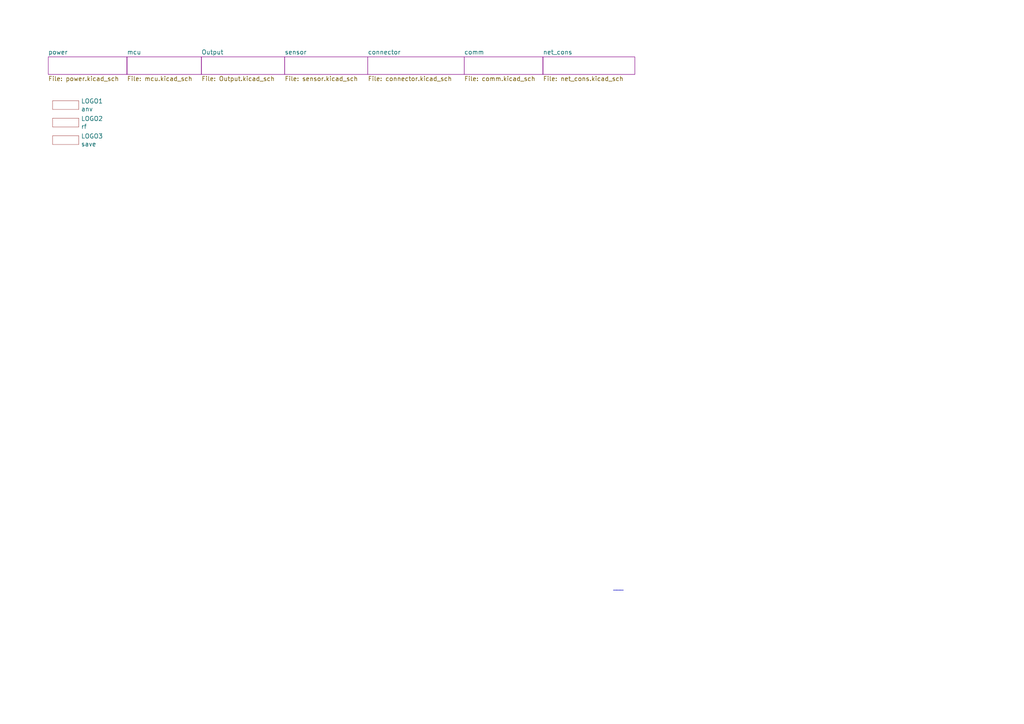
<source format=kicad_sch>
(kicad_sch (version 20201015) (generator eeschema)

  (page 1 8)

  (paper "A4")

  (lib_symbols
    (symbol "KiCAD_Sch_Symbols_EO:LOGO" (in_bom yes) (on_board yes)
      (property "Reference" "LOGO" (id 0) (at 0 0 0)
        (effects (font (size 1.27 1.27)))
      )
      (property "Value" "LOGO" (id 1) (at 0 0 0)
        (effects (font (size 1.27 1.27)))
      )
      (property "Footprint" "" (id 2) (at -0.254 -0.508 0)
        (effects (font (size 1.27 1.27)) hide)
      )
      (property "Datasheet" "" (id 3) (at -0.254 -0.508 0)
        (effects (font (size 1.27 1.27)) hide)
      )
      (symbol "LOGO_0_1"
        (rectangle (start -2.54 1.27) (end 5.08 -1.27)
          (stroke (width 0.0006)) (fill (type none))
        )
      )
    )
  )


  (text "___\n" (at 177.8 171.45 0)
    (effects (font (size 1.27 1.27)) (justify left bottom))
  )

  (symbol (lib_id "KiCAD_Sch_Symbols_EO:LOGO") (at 17.78 30.48 0) (unit 1)
    (in_bom yes) (on_board yes)
    (uuid "fbc5868e-06e2-47e9-abae-87becfb421dd")
    (property "Reference" "LOGO1" (id 0) (at 23.4954 29.3306 0)
      (effects (font (size 1.27 1.27)) (justify left))
    )
    (property "Value" "anv" (id 1) (at 23.495 31.629 0)
      (effects (font (size 1.27 1.27)) (justify left))
    )
    (property "Footprint" "KiCAD_Graphics_E0:.A.N.V._Logo" (id 2) (at 17.526 30.988 0)
      (effects (font (size 1.27 1.27)) hide)
    )
    (property "Datasheet" "" (id 3) (at 17.526 30.988 0)
      (effects (font (size 1.27 1.27)) hide)
    )
  )

  (symbol (lib_id "KiCAD_Sch_Symbols_EO:LOGO") (at 17.78 35.56 0) (unit 1)
    (in_bom yes) (on_board yes)
    (uuid "8b37d134-a60b-4ced-a494-4fd67d6a090b")
    (property "Reference" "LOGO2" (id 0) (at 23.4954 34.4106 0)
      (effects (font (size 1.27 1.27)) (justify left))
    )
    (property "Value" "rf" (id 1) (at 23.495 36.709 0)
      (effects (font (size 1.27 1.27)) (justify left))
    )
    (property "Footprint" "KiCAD_Graphics_E0:wifi" (id 2) (at 17.526 36.068 0)
      (effects (font (size 1.27 1.27)) hide)
    )
    (property "Datasheet" "" (id 3) (at 17.526 36.068 0)
      (effects (font (size 1.27 1.27)) hide)
    )
  )

  (symbol (lib_id "KiCAD_Sch_Symbols_EO:LOGO") (at 17.78 40.64 0) (unit 1)
    (in_bom yes) (on_board yes)
    (uuid "0dbb90b2-8d62-4bad-87e4-02c04c879c9b")
    (property "Reference" "LOGO3" (id 0) (at 23.4954 39.4906 0)
      (effects (font (size 1.27 1.27)) (justify left))
    )
    (property "Value" "save" (id 1) (at 23.495 41.789 0)
      (effects (font (size 1.27 1.27)) (justify left))
    )
    (property "Footprint" "KiCAD_Graphics_E0:floppy" (id 2) (at 17.526 41.148 0)
      (effects (font (size 1.27 1.27)) hide)
    )
    (property "Datasheet" "" (id 3) (at 17.526 41.148 0)
      (effects (font (size 1.27 1.27)) hide)
    )
  )

  (sheet (at 58.42 16.51) (size 24.13 5.08)
    (stroke (width 0.001) (type solid) (color 132 0 132 1))
    (fill (color 255 255 255 0.0000))
    (uuid bf530c6f-b481-42ad-95aa-1bcf5628ea50)
    (property "Sheet name" "Output" (id 0) (at 58.42 15.8741 0)
      (effects (font (size 1.27 1.27)) (justify left bottom))
    )
    (property "Sheet file" "Output.kicad_sch" (id 1) (at 58.42 22.0989 0)
      (effects (font (size 1.27 1.27)) (justify left top))
    )
  )

  (sheet (at 134.62 16.51) (size 22.86 5.08)
    (stroke (width 0.001) (type solid) (color 132 0 132 1))
    (fill (color 255 255 255 0.0000))
    (uuid 62291c60-9175-404e-b053-f76f2a98de3f)
    (property "Sheet name" "comm" (id 0) (at 134.62 15.8741 0)
      (effects (font (size 1.27 1.27)) (justify left bottom))
    )
    (property "Sheet file" "comm.kicad_sch" (id 1) (at 134.62 22.0989 0)
      (effects (font (size 1.27 1.27)) (justify left top))
    )
  )

  (sheet (at 106.68 16.51) (size 27.94 5.08)
    (stroke (width 0.001) (type solid) (color 132 0 132 1))
    (fill (color 255 255 255 0.0000))
    (uuid 7ea9f07d-23fc-49c4-a18a-8e3f31638c32)
    (property "Sheet name" "connector" (id 0) (at 106.68 15.8741 0)
      (effects (font (size 1.27 1.27)) (justify left bottom))
    )
    (property "Sheet file" "connector.kicad_sch" (id 1) (at 106.68 22.0989 0)
      (effects (font (size 1.27 1.27)) (justify left top))
    )
  )

  (sheet (at 36.83 16.51) (size 21.59 5.08)
    (stroke (width 0.001) (type solid) (color 132 0 132 1))
    (fill (color 255 255 255 0.0000))
    (uuid 301932f3-8428-46ad-9fba-87a93007c3b6)
    (property "Sheet name" "mcu" (id 0) (at 36.83 15.8741 0)
      (effects (font (size 1.27 1.27)) (justify left bottom))
    )
    (property "Sheet file" "mcu.kicad_sch" (id 1) (at 36.83 22.0989 0)
      (effects (font (size 1.27 1.27)) (justify left top))
    )
  )

  (sheet (at 157.48 16.51) (size 26.67 5.08)
    (stroke (width 0.001) (type solid) (color 132 0 132 1))
    (fill (color 255 255 255 0.0000))
    (uuid ca10a460-4706-4e06-8597-69648f5c4e41)
    (property "Sheet name" "net_cons" (id 0) (at 157.48 15.8741 0)
      (effects (font (size 1.27 1.27)) (justify left bottom))
    )
    (property "Sheet file" "net_cons.kicad_sch" (id 1) (at 157.48 22.0989 0)
      (effects (font (size 1.27 1.27)) (justify left top))
    )
  )

  (sheet (at 13.97 16.51) (size 22.86 5.08)
    (stroke (width 0.001) (type solid) (color 132 0 132 1))
    (fill (color 255 255 255 0.0000))
    (uuid f1ebbd4b-8cc6-4f4a-8e1f-242606e27355)
    (property "Sheet name" "power" (id 0) (at 13.97 15.8741 0)
      (effects (font (size 1.27 1.27)) (justify left bottom))
    )
    (property "Sheet file" "power.kicad_sch" (id 1) (at 13.97 22.0989 0)
      (effects (font (size 1.27 1.27)) (justify left top))
    )
  )

  (sheet (at 82.55 16.51) (size 24.13 5.08)
    (stroke (width 0.001) (type solid) (color 132 0 132 1))
    (fill (color 255 255 255 0.0000))
    (uuid 90c53c59-8311-42f3-90b0-075988f3eba2)
    (property "Sheet name" "sensor" (id 0) (at 82.55 15.8741 0)
      (effects (font (size 1.27 1.27)) (justify left bottom))
    )
    (property "Sheet file" "sensor.kicad_sch" (id 1) (at 82.55 22.0989 0)
      (effects (font (size 1.27 1.27)) (justify left top))
    )
  )

  (sheet_instances
    (path "/" (page "1"))
    (path "/f1ebbd4b-8cc6-4f4a-8e1f-242606e27355/" (page "3"))
    (path "/301932f3-8428-46ad-9fba-87a93007c3b6/" (page "2"))
    (path "/bf530c6f-b481-42ad-95aa-1bcf5628ea50/" (page "4"))
    (path "/90c53c59-8311-42f3-90b0-075988f3eba2/" (page "5"))
    (path "/7ea9f07d-23fc-49c4-a18a-8e3f31638c32/" (page "6"))
    (path "/62291c60-9175-404e-b053-f76f2a98de3f/" (page "7"))
    (path "/ca10a460-4706-4e06-8597-69648f5c4e41/" (page "8"))
  )

  (symbol_instances
    (path "/fbc5868e-06e2-47e9-abae-87becfb421dd"
      (reference "LOGO1") (unit 1) (value "anv") (footprint "KiCAD_Graphics_E0:.A.N.V._Logo")
    )
    (path "/8b37d134-a60b-4ced-a494-4fd67d6a090b"
      (reference "LOGO2") (unit 1) (value "rf") (footprint "KiCAD_Graphics_E0:wifi")
    )
    (path "/0dbb90b2-8d62-4bad-87e4-02c04c879c9b"
      (reference "LOGO3") (unit 1) (value "save") (footprint "KiCAD_Graphics_E0:floppy")
    )
    (path "/f1ebbd4b-8cc6-4f4a-8e1f-242606e27355/776ff9e2-bec9-439c-94b0-4781818b7a84"
      (reference "#PWR01") (unit 1) (value "+3V3") (footprint "")
    )
    (path "/f1ebbd4b-8cc6-4f4a-8e1f-242606e27355/cda5bd92-2bec-4f3e-8b9b-53358c96eb35"
      (reference "#PWR02") (unit 1) (value "GND") (footprint "")
    )
    (path "/f1ebbd4b-8cc6-4f4a-8e1f-242606e27355/495feb6b-b728-46f6-bbc0-85a120e167b5"
      (reference "#PWR03") (unit 1) (value "GND") (footprint "")
    )
    (path "/f1ebbd4b-8cc6-4f4a-8e1f-242606e27355/9e0ab195-d366-4e87-bd94-34cccb185445"
      (reference "#PWR04") (unit 1) (value "GND") (footprint "")
    )
    (path "/f1ebbd4b-8cc6-4f4a-8e1f-242606e27355/4a356c1c-d0af-414a-bc1e-47e535088a52"
      (reference "#PWR05") (unit 1) (value "GND") (footprint "")
    )
    (path "/f1ebbd4b-8cc6-4f4a-8e1f-242606e27355/f5eb9837-1576-4c04-ae57-51355eea9519"
      (reference "#PWR06") (unit 1) (value "GND") (footprint "")
    )
    (path "/f1ebbd4b-8cc6-4f4a-8e1f-242606e27355/9f81a3f9-93aa-4aec-a5f2-97fd660f5fb7"
      (reference "#PWR07") (unit 1) (value "GND") (footprint "")
    )
    (path "/f1ebbd4b-8cc6-4f4a-8e1f-242606e27355/7c31ffb7-5d08-4e3b-ac29-d9c6040bedc7"
      (reference "#PWR08") (unit 1) (value "GND") (footprint "")
    )
    (path "/f1ebbd4b-8cc6-4f4a-8e1f-242606e27355/e2cec5d5-9874-4bf9-94ca-e5dfd9bf6c5b"
      (reference "#PWR09") (unit 1) (value "+3V3") (footprint "")
    )
    (path "/f1ebbd4b-8cc6-4f4a-8e1f-242606e27355/789effe1-1b3a-447a-85fb-132274aa4e5f"
      (reference "#PWR010") (unit 1) (value "GND") (footprint "")
    )
    (path "/f1ebbd4b-8cc6-4f4a-8e1f-242606e27355/95d5afc3-d41a-4ba9-b890-3c6713000441"
      (reference "#PWR011") (unit 1) (value "GND") (footprint "")
    )
    (path "/f1ebbd4b-8cc6-4f4a-8e1f-242606e27355/3add55fc-8e3c-415b-a7d5-24ab3d443da7"
      (reference "#PWR012") (unit 1) (value "GND") (footprint "")
    )
    (path "/f1ebbd4b-8cc6-4f4a-8e1f-242606e27355/5029f0ef-21b0-450a-8ba1-e1c706d0c73b"
      (reference "#PWR013") (unit 1) (value "GND") (footprint "")
    )
    (path "/f1ebbd4b-8cc6-4f4a-8e1f-242606e27355/da7df54e-36fa-44fc-ae85-49bd6877ebac"
      (reference "#PWR014") (unit 1) (value "GND") (footprint "")
    )
    (path "/f1ebbd4b-8cc6-4f4a-8e1f-242606e27355/46e1c043-d6f7-4137-b535-3540bcbf591f"
      (reference "#PWR015") (unit 1) (value "GND") (footprint "")
    )
    (path "/f1ebbd4b-8cc6-4f4a-8e1f-242606e27355/81eab9a8-c946-4251-b0c8-8ab6453a7a50"
      (reference "#PWR016") (unit 1) (value "GND") (footprint "")
    )
    (path "/f1ebbd4b-8cc6-4f4a-8e1f-242606e27355/8083e161-be66-4b74-8c85-647838ce7490"
      (reference "#PWR017") (unit 1) (value "GND") (footprint "")
    )
    (path "/f1ebbd4b-8cc6-4f4a-8e1f-242606e27355/1881bdc8-27f1-4a83-95f1-0c2426adff33"
      (reference "#PWR018") (unit 1) (value "GND") (footprint "")
    )
    (path "/f1ebbd4b-8cc6-4f4a-8e1f-242606e27355/d2e11041-3a66-4606-9247-0306c26ddfaf"
      (reference "#PWR019") (unit 1) (value "GND") (footprint "")
    )
    (path "/f1ebbd4b-8cc6-4f4a-8e1f-242606e27355/21abc58e-bd06-4161-bcbd-0d502dea01cb"
      (reference "#PWR020") (unit 1) (value "GND") (footprint "")
    )
    (path "/f1ebbd4b-8cc6-4f4a-8e1f-242606e27355/01e9272a-36c3-408d-b682-25c9f84684e3"
      (reference "#PWR079") (unit 1) (value "GND") (footprint "")
    )
    (path "/f1ebbd4b-8cc6-4f4a-8e1f-242606e27355/88aa4444-bd69-42ec-8fd9-bb2f629352c2"
      (reference "#PWR082") (unit 1) (value "GND") (footprint "")
    )
    (path "/f1ebbd4b-8cc6-4f4a-8e1f-242606e27355/308c3cf8-df1a-45e4-8078-efe834e015f2"
      (reference "#PWR083") (unit 1) (value "+3V3") (footprint "")
    )
    (path "/f1ebbd4b-8cc6-4f4a-8e1f-242606e27355/1a7a84ab-a1cb-4aa4-8653-27f454b8280f"
      (reference "#PWR084") (unit 1) (value "GND") (footprint "")
    )
    (path "/f1ebbd4b-8cc6-4f4a-8e1f-242606e27355/50208aae-1302-44a5-85b6-0ae0ab75faac"
      (reference "#PWR085") (unit 1) (value "+5V") (footprint "")
    )
    (path "/f1ebbd4b-8cc6-4f4a-8e1f-242606e27355/bcbbe8f4-d448-4d94-a768-9314b3bb98d2"
      (reference "C1") (unit 1) (value "100nF") (footprint "Capacitor_SMD:C_0402_1005Metric")
    )
    (path "/f1ebbd4b-8cc6-4f4a-8e1f-242606e27355/68a2f935-db44-41b5-96d4-959c9569d7cc"
      (reference "C2") (unit 1) (value "10uF") (footprint "Capacitor_SMD:C_0402_1005Metric")
    )
    (path "/f1ebbd4b-8cc6-4f4a-8e1f-242606e27355/af8dc18c-e868-416d-8278-58fbbf48bdab"
      (reference "C3") (unit 1) (value "100nF") (footprint "Capacitor_SMD:C_0402_1005Metric")
    )
    (path "/f1ebbd4b-8cc6-4f4a-8e1f-242606e27355/6fded99a-91db-44a0-8ad3-0fe08beb95c9"
      (reference "C4") (unit 1) (value "10uF") (footprint "Capacitor_SMD:C_0402_1005Metric")
    )
    (path "/f1ebbd4b-8cc6-4f4a-8e1f-242606e27355/8235c881-1a86-4d8e-bf0b-1563d2d5ac0c"
      (reference "C5") (unit 1) (value "10uF") (footprint "Capacitor_SMD:C_0402_1005Metric")
    )
    (path "/f1ebbd4b-8cc6-4f4a-8e1f-242606e27355/46eabbf4-118b-4b6b-8151-9025344960db"
      (reference "C6") (unit 1) (value "390pF") (footprint "Capacitor_SMD:C_0402_1005Metric")
    )
    (path "/f1ebbd4b-8cc6-4f4a-8e1f-242606e27355/8c2bb4c4-1ca6-4dda-8714-6c3f8441c438"
      (reference "C7") (unit 1) (value "100nF") (footprint "Capacitor_SMD:C_0402_1005Metric")
    )
    (path "/f1ebbd4b-8cc6-4f4a-8e1f-242606e27355/e1c5bc66-2411-4162-9a47-2fc04dfc8fab"
      (reference "C8") (unit 1) (value "10pF") (footprint "Capacitor_SMD:C_0402_1005Metric")
    )
    (path "/f1ebbd4b-8cc6-4f4a-8e1f-242606e27355/8c5c914c-a426-4836-a964-31fb7c90ade2"
      (reference "C9") (unit 1) (value "22uF") (footprint "Capacitor_SMD:C_0603_1608Metric")
    )
    (path "/f1ebbd4b-8cc6-4f4a-8e1f-242606e27355/fae463d7-e040-4c77-a98b-86d305238452"
      (reference "C10") (unit 1) (value "22uF") (footprint "Capacitor_SMD:C_0603_1608Metric")
    )
    (path "/f1ebbd4b-8cc6-4f4a-8e1f-242606e27355/d7514cc5-df6d-43f4-8b00-af135cd9f72b"
      (reference "C11") (unit 1) (value "22uF") (footprint "Capacitor_SMD:C_0603_1608Metric")
    )
    (path "/f1ebbd4b-8cc6-4f4a-8e1f-242606e27355/aa20f0bf-0f95-4a49-b160-f0b2ab52e08a"
      (reference "C12") (unit 1) (value "22uF") (footprint "Capacitor_SMD:C_0603_1608Metric")
    )
    (path "/f1ebbd4b-8cc6-4f4a-8e1f-242606e27355/0ab028c7-7503-4576-a1c3-25d4ff1f0a04"
      (reference "D1") (unit 1) (value "diode") (footprint "Diode_SMD:D_SOD-123F")
    )
    (path "/f1ebbd4b-8cc6-4f4a-8e1f-242606e27355/ad1d2080-7083-41e9-9afa-41eeb8475fbd"
      (reference "D9") (unit 1) (value "diode") (footprint "Diode_SMD:D_SOD-123F")
    )
    (path "/f1ebbd4b-8cc6-4f4a-8e1f-242606e27355/c7b29479-f4af-4724-a979-62e8752f0c6a"
      (reference "J2") (unit 1) (value "Batt") (footprint "KiCAD_Footprints_EO:3.5mm_01x02_Screw_Terminal")
    )
    (path "/f1ebbd4b-8cc6-4f4a-8e1f-242606e27355/bd279e2f-398c-44c1-97db-7bb9b86d85cc"
      (reference "J3") (unit 1) (value "Sw") (footprint "KiCAD_Footprints_EO:3.5mm_01x02_Screw_Terminal")
    )
    (path "/f1ebbd4b-8cc6-4f4a-8e1f-242606e27355/b96b831e-ecf6-4419-a44e-25755bf1ce47"
      (reference "J4") (unit 1) (value "USB_C_Receptacle_USB2.0") (footprint "Connector_USB:USB_C_Receptacle_XKB_U262-16XN-4BVC11")
    )
    (path "/f1ebbd4b-8cc6-4f4a-8e1f-242606e27355/92e5adab-0f15-49d4-9b1c-df4c00f1fabf"
      (reference "J5") (unit 1) (value "switch/hallEffect") (footprint "Connector_Molex:Molex_PicoBlade_53047-0310_1x03_P1.25mm_Vertical")
    )
    (path "/f1ebbd4b-8cc6-4f4a-8e1f-242606e27355/18c13a55-809c-4ef7-8c32-4307197cc021"
      (reference "L1") (unit 1) (value "1uH") (footprint "Inductor_SMD:L_1008_2520Metric")
    )
    (path "/f1ebbd4b-8cc6-4f4a-8e1f-242606e27355/7ff48af1-b10c-4c42-a225-a41ddbe20fa7"
      (reference "L2") (unit 1) (value "2.2uH") (footprint "Inductor_SMD:L_1008_2520Metric")
    )
    (path "/f1ebbd4b-8cc6-4f4a-8e1f-242606e27355/05586807-95e7-4ab2-8527-217d088965cb"
      (reference "R1") (unit 1) (value "100k") (footprint "Resistor_SMD:R_0402_1005Metric")
    )
    (path "/f1ebbd4b-8cc6-4f4a-8e1f-242606e27355/58fd9bb7-7f49-46cd-9720-33b5d3f78e65"
      (reference "R2") (unit 1) (value "30k") (footprint "Resistor_SMD:R_0402_1005Metric")
    )
    (path "/f1ebbd4b-8cc6-4f4a-8e1f-242606e27355/e5575366-0b13-4e6c-aee8-f88d0c99966e"
      (reference "R3") (unit 1) (value "5k1") (footprint "Resistor_SMD:R_0402_1005Metric")
    )
    (path "/f1ebbd4b-8cc6-4f4a-8e1f-242606e27355/70e9f5d7-c68d-4836-ac0b-3b4fa62d0093"
      (reference "R4") (unit 1) (value "5k1") (footprint "Resistor_SMD:R_0402_1005Metric")
    )
    (path "/f1ebbd4b-8cc6-4f4a-8e1f-242606e27355/3647a58d-db5b-4a6c-a20b-d813fd34c83b"
      (reference "R7") (unit 1) (value "10k") (footprint "Resistor_SMD:R_0402_1005Metric")
    )
    (path "/f1ebbd4b-8cc6-4f4a-8e1f-242606e27355/c2469e56-e2e2-4ab6-9e8f-0e7dac372323"
      (reference "R8") (unit 1) (value "1k5") (footprint "Resistor_SMD:R_0402_1005Metric")
    )
    (path "/f1ebbd4b-8cc6-4f4a-8e1f-242606e27355/87a221f9-cc77-4ae4-942c-70f5471bc0ff"
      (reference "R9") (unit 1) (value "1m") (footprint "Resistor_SMD:R_0402_1005Metric")
    )
    (path "/f1ebbd4b-8cc6-4f4a-8e1f-242606e27355/d3c785d2-3fe2-49b5-8390-543449c1aa4e"
      (reference "R10") (unit 1) (value "110k") (footprint "Resistor_SMD:R_0402_1005Metric")
    )
    (path "/f1ebbd4b-8cc6-4f4a-8e1f-242606e27355/eb428d6c-f412-4017-9cff-50b2e6354a1a"
      (reference "R11") (unit 1) (value "100k") (footprint "Resistor_SMD:R_0402_1005Metric")
    )
    (path "/f1ebbd4b-8cc6-4f4a-8e1f-242606e27355/e35f44eb-32dd-4348-a5e2-03e18c23f2f1"
      (reference "R39") (unit 1) (value "1m") (footprint "Resistor_SMD:R_0402_1005Metric")
    )
    (path "/f1ebbd4b-8cc6-4f4a-8e1f-242606e27355/9e2e6f2f-c832-438a-abe3-c7be455799ad"
      (reference "R40") (unit 1) (value "562k") (footprint "Resistor_SMD:R_0402_1005Metric")
    )
    (path "/f1ebbd4b-8cc6-4f4a-8e1f-242606e27355/b21bcba0-4d1d-471f-b1ca-e3ffb4231264"
      (reference "R41") (unit 1) (value "180k") (footprint "Resistor_SMD:R_0402_1005Metric")
    )
    (path "/f1ebbd4b-8cc6-4f4a-8e1f-242606e27355/a34965ee-ed47-44da-bd2a-de6f7bb7abdf"
      (reference "U1") (unit 1) (value "ACS711xEXLT-15AB") (footprint "Sensor_Current:Allegro_QFN-12-10-1EP_3x3mm_P0.5mm")
    )
    (path "/f1ebbd4b-8cc6-4f4a-8e1f-242606e27355/aeca6962-fa13-463b-b60d-3b5723310953"
      (reference "U2") (unit 1) (value "USBLC6-2P6") (footprint "Package_TO_SOT_SMD:SOT-666")
    )
    (path "/f1ebbd4b-8cc6-4f4a-8e1f-242606e27355/af700663-23f1-4ea0-850f-2c7dba1e3936"
      (reference "U3") (unit 1) (value "TLV62130ARGTR") (footprint "Package_DFN_QFN:VQFN-16-1EP_3x3mm_P0.5mm_EP1.68x1.68mm_ThermalVias")
    )
    (path "/f1ebbd4b-8cc6-4f4a-8e1f-242606e27355/ff67d748-5618-4643-a0af-24bc2347df36"
      (reference "U4") (unit 1) (value "TPS63060") (footprint "Package_SON:Texas_S-PWSON-N10_ThermalVias")
    )
    (path "/301932f3-8428-46ad-9fba-87a93007c3b6/adfb52a5-aa3d-45de-83b2-7c7d28e96a45"
      (reference "#PWR021") (unit 1) (value "GND") (footprint "")
    )
    (path "/301932f3-8428-46ad-9fba-87a93007c3b6/285e3b38-8d65-4c82-ba32-67512c2e8e81"
      (reference "#PWR022") (unit 1) (value "GND") (footprint "")
    )
    (path "/301932f3-8428-46ad-9fba-87a93007c3b6/4bf8fd12-0ef5-4c4b-a556-ee78bbbf17a1"
      (reference "#PWR023") (unit 1) (value "GND") (footprint "")
    )
    (path "/301932f3-8428-46ad-9fba-87a93007c3b6/06463cb5-b1a2-4f0e-b234-e87855df6651"
      (reference "#PWR024") (unit 1) (value "GND") (footprint "")
    )
    (path "/301932f3-8428-46ad-9fba-87a93007c3b6/2e7b5f42-937f-413b-a932-094e80d5d8f5"
      (reference "#PWR025") (unit 1) (value "+3V3") (footprint "")
    )
    (path "/301932f3-8428-46ad-9fba-87a93007c3b6/3d773395-c763-4ef4-8061-a12950d89103"
      (reference "#PWR026") (unit 1) (value "GND") (footprint "")
    )
    (path "/301932f3-8428-46ad-9fba-87a93007c3b6/daf2fb9e-f939-4712-98b1-84291331bab6"
      (reference "#PWR027") (unit 1) (value "+3V3") (footprint "")
    )
    (path "/301932f3-8428-46ad-9fba-87a93007c3b6/8bb66edd-6473-4809-911f-aab464f50600"
      (reference "#PWR028") (unit 1) (value "GND") (footprint "")
    )
    (path "/301932f3-8428-46ad-9fba-87a93007c3b6/04e32b57-d7dd-4087-a690-521f8957bb43"
      (reference "#PWR029") (unit 1) (value "+3V3") (footprint "")
    )
    (path "/301932f3-8428-46ad-9fba-87a93007c3b6/a874242f-3e65-466a-aec0-70472a9ed589"
      (reference "#PWR030") (unit 1) (value "+3V3") (footprint "")
    )
    (path "/301932f3-8428-46ad-9fba-87a93007c3b6/6d8062db-cdad-4c04-8a49-7a71edf52127"
      (reference "#PWR031") (unit 1) (value "GND") (footprint "")
    )
    (path "/301932f3-8428-46ad-9fba-87a93007c3b6/4f166d7f-1a68-436d-a1d5-521aecd703ba"
      (reference "#PWR032") (unit 1) (value "GND") (footprint "")
    )
    (path "/301932f3-8428-46ad-9fba-87a93007c3b6/63cc0a1b-d7c0-46da-98d8-566b9c58a43e"
      (reference "#PWR033") (unit 1) (value "+3V3") (footprint "")
    )
    (path "/301932f3-8428-46ad-9fba-87a93007c3b6/4370f38e-eaa1-408d-80a9-03f4d8606f64"
      (reference "C13") (unit 1) (value "100nF") (footprint "Capacitor_SMD:C_0402_1005Metric")
    )
    (path "/301932f3-8428-46ad-9fba-87a93007c3b6/4a9cd118-c8b4-4bb9-a190-dd80b98ac2ad"
      (reference "C14") (unit 1) (value "100nF") (footprint "Capacitor_SMD:C_0402_1005Metric")
    )
    (path "/301932f3-8428-46ad-9fba-87a93007c3b6/bd64b988-3ec5-4a67-affb-dba32c4aaacf"
      (reference "C15") (unit 1) (value "100nF") (footprint "Capacitor_SMD:C_0402_1005Metric")
    )
    (path "/301932f3-8428-46ad-9fba-87a93007c3b6/e9d8af49-4578-488b-b3b4-f9764f1b8ed7"
      (reference "C16") (unit 1) (value "100nF") (footprint "Capacitor_SMD:C_0402_1005Metric")
    )
    (path "/301932f3-8428-46ad-9fba-87a93007c3b6/05293385-cb0a-4678-8a33-75addfa1e80a"
      (reference "C17") (unit 1) (value "100nF") (footprint "Capacitor_SMD:C_0402_1005Metric")
    )
    (path "/301932f3-8428-46ad-9fba-87a93007c3b6/7eee9981-a0a9-4952-ab77-7bf9376f4273"
      (reference "C18") (unit 1) (value "100nF") (footprint "Capacitor_SMD:C_0402_1005Metric")
    )
    (path "/301932f3-8428-46ad-9fba-87a93007c3b6/14d7e462-d754-4b74-ab65-e6e429117280"
      (reference "C19") (unit 1) (value "100nF") (footprint "Capacitor_SMD:C_0402_1005Metric")
    )
    (path "/301932f3-8428-46ad-9fba-87a93007c3b6/5a8d5566-52bb-47a9-9a9d-3691db36fa7f"
      (reference "D2") (unit 1) (value "flash") (footprint "LED_SMD:LED_0402_1005Metric")
    )
    (path "/301932f3-8428-46ad-9fba-87a93007c3b6/0e6db5cb-211a-4613-b2cc-1a4ae0aca4f7"
      (reference "R12") (unit 1) (value "10k") (footprint "Resistor_SMD:R_0402_1005Metric")
    )
    (path "/301932f3-8428-46ad-9fba-87a93007c3b6/3352ba81-7bd9-43dd-9115-b356f2d5c80b"
      (reference "R13") (unit 1) (value "1k") (footprint "Resistor_SMD:R_0402_1005Metric")
    )
    (path "/301932f3-8428-46ad-9fba-87a93007c3b6/2b1332cb-fa65-4ab9-b0e5-7e02de5a82ba"
      (reference "U5") (unit 1) (value "STM32F302C8Tx") (footprint "Package_QFP:LQFP-48_7x7mm_P0.5mm")
    )
    (path "/301932f3-8428-46ad-9fba-87a93007c3b6/3da2ce52-8dc7-4719-a115-fdb5fad6cb62"
      (reference "U6") (unit 1) (value "W25X40CLUXIG") (footprint "Package_DFN_QFN:DFN-8-1EP_3x2mm_P0.5mm_EP1.3x1.5mm")
    )
    (path "/301932f3-8428-46ad-9fba-87a93007c3b6/73daf5d5-24c0-45d7-ac23-8c7d17460ff3"
      (reference "Y1") (unit 1) (value "8mHz") (footprint "Crystal:Resonator_SMD_muRata_CSTxExxV-3Pin_3.0x1.1mm")
    )
    (path "/bf530c6f-b481-42ad-95aa-1bcf5628ea50/8f005006-028b-42d9-ad2d-c3ecdef6c77e"
      (reference "#PWR034") (unit 1) (value "GND") (footprint "")
    )
    (path "/bf530c6f-b481-42ad-95aa-1bcf5628ea50/94c23c5a-056d-4d96-829b-d3a3b4c1f7e2"
      (reference "#PWR035") (unit 1) (value "GND") (footprint "")
    )
    (path "/bf530c6f-b481-42ad-95aa-1bcf5628ea50/ecd09ee8-cb45-4c6f-b148-6fdd1f783f04"
      (reference "#PWR036") (unit 1) (value "GND") (footprint "")
    )
    (path "/bf530c6f-b481-42ad-95aa-1bcf5628ea50/2c1eff44-540c-4602-b099-e6ecc9930854"
      (reference "#PWR037") (unit 1) (value "GND") (footprint "")
    )
    (path "/bf530c6f-b481-42ad-95aa-1bcf5628ea50/cb4379a3-d0b0-406e-a08c-8532acc83475"
      (reference "#PWR038") (unit 1) (value "GND") (footprint "")
    )
    (path "/bf530c6f-b481-42ad-95aa-1bcf5628ea50/52cff07d-5865-4fb1-8fa5-8cb64866ddff"
      (reference "#PWR039") (unit 1) (value "GND") (footprint "")
    )
    (path "/bf530c6f-b481-42ad-95aa-1bcf5628ea50/5728b17b-50b1-4b12-bdb0-49c8f1b2c598"
      (reference "#PWR040") (unit 1) (value "GND") (footprint "")
    )
    (path "/bf530c6f-b481-42ad-95aa-1bcf5628ea50/d2e32e39-9d35-4dc3-b8ca-cdfaa47fbf47"
      (reference "#PWR041") (unit 1) (value "GND") (footprint "")
    )
    (path "/bf530c6f-b481-42ad-95aa-1bcf5628ea50/6f124ddf-9a28-4e46-bffb-f33df7a99893"
      (reference "#PWR042") (unit 1) (value "GND") (footprint "")
    )
    (path "/bf530c6f-b481-42ad-95aa-1bcf5628ea50/516344d9-3d65-4fac-9639-28f3162f1de1"
      (reference "#PWR043") (unit 1) (value "GND") (footprint "")
    )
    (path "/bf530c6f-b481-42ad-95aa-1bcf5628ea50/a38c0a54-890f-4900-9b13-7abdf95afe52"
      (reference "#PWR044") (unit 1) (value "GND") (footprint "")
    )
    (path "/bf530c6f-b481-42ad-95aa-1bcf5628ea50/c08f5bf4-12b0-41ae-b32b-42c765d61bea"
      (reference "#PWR045") (unit 1) (value "GND") (footprint "")
    )
    (path "/bf530c6f-b481-42ad-95aa-1bcf5628ea50/24c0519c-37d1-4f7f-9ccf-31af0f91cb1a"
      (reference "#PWR046") (unit 1) (value "+3V3") (footprint "")
    )
    (path "/bf530c6f-b481-42ad-95aa-1bcf5628ea50/57393520-2f5e-44ed-b58c-6013058d642f"
      (reference "#PWR047") (unit 1) (value "GND") (footprint "")
    )
    (path "/bf530c6f-b481-42ad-95aa-1bcf5628ea50/074b63eb-886c-4ef0-88e2-c74e7f2bb8c1"
      (reference "#PWR048") (unit 1) (value "+3V3") (footprint "")
    )
    (path "/bf530c6f-b481-42ad-95aa-1bcf5628ea50/ecffff5b-4fbd-46c8-b2c0-155108762fbb"
      (reference "#PWR049") (unit 1) (value "GND") (footprint "")
    )
    (path "/bf530c6f-b481-42ad-95aa-1bcf5628ea50/b58cab0c-9753-4d6d-83b1-8acd683be209"
      (reference "#PWR050") (unit 1) (value "+3V3") (footprint "")
    )
    (path "/bf530c6f-b481-42ad-95aa-1bcf5628ea50/5223bc26-8885-4e8a-9821-dae078f0f608"
      (reference "#PWR051") (unit 1) (value "GND") (footprint "")
    )
    (path "/bf530c6f-b481-42ad-95aa-1bcf5628ea50/98d60c06-1a94-4901-ab20-a45b47f78101"
      (reference "#PWR052") (unit 1) (value "+3V3") (footprint "")
    )
    (path "/bf530c6f-b481-42ad-95aa-1bcf5628ea50/a6607997-e884-4a43-9efd-7c92c79371c3"
      (reference "#PWR053") (unit 1) (value "GND") (footprint "")
    )
    (path "/bf530c6f-b481-42ad-95aa-1bcf5628ea50/966b3744-4a08-4910-8af5-16755f3f7efe"
      (reference "#PWR054") (unit 1) (value "+5V") (footprint "")
    )
    (path "/bf530c6f-b481-42ad-95aa-1bcf5628ea50/42d039dc-978d-4022-8648-1240054367d4"
      (reference "#PWR055") (unit 1) (value "+5V") (footprint "")
    )
    (path "/bf530c6f-b481-42ad-95aa-1bcf5628ea50/c7b90d48-8bd2-4265-a00e-f0291877e807"
      (reference "#PWR056") (unit 1) (value "GND") (footprint "")
    )
    (path "/bf530c6f-b481-42ad-95aa-1bcf5628ea50/14e7d4f0-b8af-4556-99f1-4e3cd1f3d1ca"
      (reference "#PWR057") (unit 1) (value "GND") (footprint "")
    )
    (path "/bf530c6f-b481-42ad-95aa-1bcf5628ea50/dd1a753f-188a-435f-8db0-50621d8b68a3"
      (reference "#PWR058") (unit 1) (value "GND") (footprint "")
    )
    (path "/bf530c6f-b481-42ad-95aa-1bcf5628ea50/59f7aa06-e7ea-4325-8348-b7e5fccc3574"
      (reference "#PWR059") (unit 1) (value "GND") (footprint "")
    )
    (path "/bf530c6f-b481-42ad-95aa-1bcf5628ea50/03e5649e-6b47-4a97-8f12-8e89207d6197"
      (reference "#PWR060") (unit 1) (value "GND") (footprint "")
    )
    (path "/bf530c6f-b481-42ad-95aa-1bcf5628ea50/7186de15-4c9a-47e5-90d8-8ae16e410c68"
      (reference "#PWR061") (unit 1) (value "+3V3") (footprint "")
    )
    (path "/bf530c6f-b481-42ad-95aa-1bcf5628ea50/f3c04165-b12c-4f4f-a942-19785cb92bc2"
      (reference "#PWR0101") (unit 1) (value "+3V3") (footprint "")
    )
    (path "/bf530c6f-b481-42ad-95aa-1bcf5628ea50/79d0d39e-c96a-40b7-8d4a-a93b0e4393f1"
      (reference "#PWR0109") (unit 1) (value "GND") (footprint "")
    )
    (path "/bf530c6f-b481-42ad-95aa-1bcf5628ea50/7ee08575-b446-4ac7-abfe-4d476828fde1"
      (reference "D3") (unit 1) (value "pyro1") (footprint "LED_SMD:LED_0402_1005Metric")
    )
    (path "/bf530c6f-b481-42ad-95aa-1bcf5628ea50/789a5708-65ac-41f4-a2ed-686cc5bed9f7"
      (reference "D4") (unit 1) (value "pyro2") (footprint "LED_SMD:LED_0402_1005Metric")
    )
    (path "/bf530c6f-b481-42ad-95aa-1bcf5628ea50/31bebfb8-0a16-4afc-83b9-82b7bda12c6c"
      (reference "D5") (unit 1) (value "pyro3") (footprint "LED_SMD:LED_0402_1005Metric")
    )
    (path "/bf530c6f-b481-42ad-95aa-1bcf5628ea50/b439b651-09b8-46ef-8bee-234a85e2f7bc"
      (reference "D6") (unit 1) (value "pyro4") (footprint "LED_SMD:LED_0402_1005Metric")
    )
    (path "/bf530c6f-b481-42ad-95aa-1bcf5628ea50/8ed32f3a-269f-40ac-878b-e6c8a5d60e6a"
      (reference "D7") (unit 1) (value "3v3") (footprint "LED_SMD:LED_0402_1005Metric")
    )
    (path "/bf530c6f-b481-42ad-95aa-1bcf5628ea50/39fbfff2-2a43-47c3-a36b-37a7e86100cc"
      (reference "D8") (unit 1) (value "RGB_Led") (footprint "LED_SMD:LED_LiteOn_LTST-C19HE1WT")
    )
    (path "/bf530c6f-b481-42ad-95aa-1bcf5628ea50/b92964ba-9452-4c6f-b1aa-4484f2e1b894"
      (reference "Q1") (unit 1) (value "SE20N110") (footprint "Package_SO:Vishay_PowerPAK_1212-8_Single")
    )
    (path "/bf530c6f-b481-42ad-95aa-1bcf5628ea50/38708906-86da-436d-8b9d-892a6b8db968"
      (reference "Q2") (unit 1) (value "SE20N110") (footprint "Package_SO:Vishay_PowerPAK_1212-8_Single")
    )
    (path "/bf530c6f-b481-42ad-95aa-1bcf5628ea50/2efbfe09-72e1-41f7-91ce-c69c377f3d8c"
      (reference "Q3") (unit 1) (value "SE20N110") (footprint "Package_SO:Vishay_PowerPAK_1212-8_Single")
    )
    (path "/bf530c6f-b481-42ad-95aa-1bcf5628ea50/be904fbe-6afd-43e7-ba3c-64ce2fb119e1"
      (reference "Q4") (unit 1) (value "SE20N110") (footprint "Package_SO:Vishay_PowerPAK_1212-8_Single")
    )
    (path "/bf530c6f-b481-42ad-95aa-1bcf5628ea50/71353994-8849-4ca3-8dac-e3ec06d9159c"
      (reference "Q5") (unit 1) (value "BC817W") (footprint "Package_TO_SOT_SMD:SOT-323_SC-70")
    )
    (path "/bf530c6f-b481-42ad-95aa-1bcf5628ea50/16eb8f66-e1e6-4c84-a95c-b108313d78cb"
      (reference "Q6") (unit 1) (value "BC817W") (footprint "Package_TO_SOT_SMD:SOT-323_SC-70")
    )
    (path "/bf530c6f-b481-42ad-95aa-1bcf5628ea50/f6a90878-d7b0-408a-ba8a-eb59c5fb4f11"
      (reference "Q7") (unit 1) (value "BC817W") (footprint "Package_TO_SOT_SMD:SOT-323_SC-70")
    )
    (path "/bf530c6f-b481-42ad-95aa-1bcf5628ea50/cd9aa9ae-db88-465f-83dc-3d4101b73519"
      (reference "Q8") (unit 1) (value "BC817W") (footprint "Package_TO_SOT_SMD:SOT-323_SC-70")
    )
    (path "/bf530c6f-b481-42ad-95aa-1bcf5628ea50/c1eda8d3-64da-4a42-b855-928d6754101a"
      (reference "Q9") (unit 1) (value "BC817W") (footprint "Package_TO_SOT_SMD:SOT-323_SC-70")
    )
    (path "/bf530c6f-b481-42ad-95aa-1bcf5628ea50/6ccccb9d-2aab-4686-b06e-ac941986dbee"
      (reference "Q10") (unit 1) (value "BC817W") (footprint "Package_TO_SOT_SMD:SOT-323_SC-70")
    )
    (path "/bf530c6f-b481-42ad-95aa-1bcf5628ea50/40e7ee77-c214-453b-ac1c-1639228b56cc"
      (reference "R14") (unit 1) (value "10k") (footprint "Resistor_SMD:R_0402_1005Metric")
    )
    (path "/bf530c6f-b481-42ad-95aa-1bcf5628ea50/34c154ae-a7bf-410b-bf78-97eb5e47af86"
      (reference "R15") (unit 1) (value "10k") (footprint "Resistor_SMD:R_0402_1005Metric")
    )
    (path "/bf530c6f-b481-42ad-95aa-1bcf5628ea50/06f53194-af21-4db8-847d-cee279f7a559"
      (reference "R16") (unit 1) (value "10k") (footprint "Resistor_SMD:R_0402_1005Metric")
    )
    (path "/bf530c6f-b481-42ad-95aa-1bcf5628ea50/0e945261-0760-4a5b-bf48-14a75ac9c724"
      (reference "R17") (unit 1) (value "10k") (footprint "Resistor_SMD:R_0402_1005Metric")
    )
    (path "/bf530c6f-b481-42ad-95aa-1bcf5628ea50/8be63230-e0dc-41b4-891b-95c34666c5c5"
      (reference "R18") (unit 1) (value "10k") (footprint "Resistor_SMD:R_0402_1005Metric")
    )
    (path "/bf530c6f-b481-42ad-95aa-1bcf5628ea50/81bd8202-a171-44e7-90c0-ac9c353c66a7"
      (reference "R19") (unit 1) (value "10k") (footprint "Resistor_SMD:R_0402_1005Metric")
    )
    (path "/bf530c6f-b481-42ad-95aa-1bcf5628ea50/d70d8c79-60ef-479c-98f5-fbdc43d5b464"
      (reference "R20") (unit 1) (value "10k") (footprint "Resistor_SMD:R_0402_1005Metric")
    )
    (path "/bf530c6f-b481-42ad-95aa-1bcf5628ea50/f9b5a560-e70d-4076-9079-b75abe1732ea"
      (reference "R21") (unit 1) (value "10k") (footprint "Resistor_SMD:R_0402_1005Metric")
    )
    (path "/bf530c6f-b481-42ad-95aa-1bcf5628ea50/6a38155b-8b1c-4e35-aa02-ff0389a21519"
      (reference "R22") (unit 1) (value "1k") (footprint "Resistor_SMD:R_0402_1005Metric")
    )
    (path "/bf530c6f-b481-42ad-95aa-1bcf5628ea50/326ac4be-a49c-443a-8bb0-a71176ea2377"
      (reference "R23") (unit 1) (value "1k") (footprint "Resistor_SMD:R_0402_1005Metric")
    )
    (path "/bf530c6f-b481-42ad-95aa-1bcf5628ea50/41c0ec0e-8727-4105-b26d-c10d4b217a41"
      (reference "R24") (unit 1) (value "1k") (footprint "Resistor_SMD:R_0402_1005Metric")
    )
    (path "/bf530c6f-b481-42ad-95aa-1bcf5628ea50/45334033-687f-42aa-ba48-c8292d32c0dd"
      (reference "R25") (unit 1) (value "1k") (footprint "Resistor_SMD:R_0402_1005Metric")
    )
    (path "/bf530c6f-b481-42ad-95aa-1bcf5628ea50/c43b0d2e-baaf-41c9-bc57-cdc5bd0e94fb"
      (reference "R26") (unit 1) (value "10k") (footprint "Resistor_SMD:R_0402_1005Metric")
    )
    (path "/bf530c6f-b481-42ad-95aa-1bcf5628ea50/a1d0132d-ee59-45c0-a56b-de3a1802f4f5"
      (reference "R27") (unit 1) (value "10k") (footprint "Resistor_SMD:R_0402_1005Metric")
    )
    (path "/bf530c6f-b481-42ad-95aa-1bcf5628ea50/12196e84-1d1b-4d5d-ad8a-f1facd2aab1e"
      (reference "R28") (unit 1) (value "10k") (footprint "Resistor_SMD:R_0402_1005Metric")
    )
    (path "/bf530c6f-b481-42ad-95aa-1bcf5628ea50/230668ac-3238-49ed-b64e-06a224982c0f"
      (reference "R29") (unit 1) (value "10k") (footprint "Resistor_SMD:R_0402_1005Metric")
    )
    (path "/bf530c6f-b481-42ad-95aa-1bcf5628ea50/5b3d757c-521f-4e94-aafe-e2c79e7befb7"
      (reference "R30") (unit 1) (value "1k") (footprint "Resistor_SMD:R_0402_1005Metric")
    )
    (path "/bf530c6f-b481-42ad-95aa-1bcf5628ea50/f6a56677-c8d3-48cb-bca2-0ce768a44368"
      (reference "R31") (unit 1) (value "1k") (footprint "Resistor_SMD:R_0402_1005Metric")
    )
    (path "/bf530c6f-b481-42ad-95aa-1bcf5628ea50/6a773973-cbd9-4386-831f-76bd1e052b2b"
      (reference "R32") (unit 1) (value "1k") (footprint "Resistor_SMD:R_0402_1005Metric")
    )
    (path "/bf530c6f-b481-42ad-95aa-1bcf5628ea50/33f20a66-7926-4ada-82db-658204541c6c"
      (reference "R33") (unit 1) (value "1k") (footprint "Resistor_SMD:R_0402_1005Metric")
    )
    (path "/bf530c6f-b481-42ad-95aa-1bcf5628ea50/20fd44dd-1784-4052-97e0-c2abf45bd91c"
      (reference "R34") (unit 1) (value "1k") (footprint "Resistor_SMD:R_0402_1005Metric")
    )
    (path "/bf530c6f-b481-42ad-95aa-1bcf5628ea50/7befba24-a8f6-4b07-aa8f-980badbdc1e5"
      (reference "R35") (unit 1) (value "1k") (footprint "Resistor_SMD:R_0402_1005Metric")
    )
    (path "/bf530c6f-b481-42ad-95aa-1bcf5628ea50/fe19a07b-69aa-4fe5-84c8-5e2433b49fd1"
      (reference "R36") (unit 1) (value "1k") (footprint "Resistor_SMD:R_0402_1005Metric")
    )
    (path "/bf530c6f-b481-42ad-95aa-1bcf5628ea50/4c8e8b78-53ad-4185-9d58-8a7404840495"
      (reference "RN1") (unit 1) (value "1k") (footprint "Resistor_SMD:R_Array_Concave_4x0402")
    )
    (path "/bf530c6f-b481-42ad-95aa-1bcf5628ea50/8b5ad099-2247-42e7-b782-36ed33a39da0"
      (reference "RN1") (unit 2) (value "1k") (footprint "Resistor_SMD:R_Array_Concave_4x0402")
    )
    (path "/bf530c6f-b481-42ad-95aa-1bcf5628ea50/49b64d28-dccc-493e-abd5-49065fbabec4"
      (reference "RN1") (unit 3) (value "1k") (footprint "Resistor_SMD:R_Array_Concave_4x0402")
    )
    (path "/bf530c6f-b481-42ad-95aa-1bcf5628ea50/b1a41d70-3dc8-4a58-8023-59ff277bdcc9"
      (reference "RN1") (unit 4) (value "1k") (footprint "Resistor_SMD:R_Array_Concave_4x0402")
    )
    (path "/90c53c59-8311-42f3-90b0-075988f3eba2/0419efb5-c5da-469e-90d3-ef5ff2479fb2"
      (reference "#PWR062") (unit 1) (value "+3V3") (footprint "")
    )
    (path "/90c53c59-8311-42f3-90b0-075988f3eba2/5000662c-a085-44b6-9167-54272e82074c"
      (reference "#PWR063") (unit 1) (value "GND") (footprint "")
    )
    (path "/90c53c59-8311-42f3-90b0-075988f3eba2/8143281c-fa5a-4e30-82c0-e1cbc170349b"
      (reference "#PWR064") (unit 1) (value "GND") (footprint "")
    )
    (path "/90c53c59-8311-42f3-90b0-075988f3eba2/0268ebce-6511-4470-ad3f-dcf3cd30a055"
      (reference "#PWR065") (unit 1) (value "+3V3") (footprint "")
    )
    (path "/90c53c59-8311-42f3-90b0-075988f3eba2/e24efd5f-6b96-42f6-8f34-73ebc3c24e34"
      (reference "#PWR066") (unit 1) (value "+3V3") (footprint "")
    )
    (path "/90c53c59-8311-42f3-90b0-075988f3eba2/5425f317-6b37-41a7-8e14-88bcaf3b6e59"
      (reference "#PWR067") (unit 1) (value "GND") (footprint "")
    )
    (path "/90c53c59-8311-42f3-90b0-075988f3eba2/59ce109e-29e1-43fc-ab3f-041686e0ffd3"
      (reference "#PWR068") (unit 1) (value "+3V3") (footprint "")
    )
    (path "/90c53c59-8311-42f3-90b0-075988f3eba2/611b1329-8353-42a4-9d0b-291148d1d7ff"
      (reference "#PWR069") (unit 1) (value "GND") (footprint "")
    )
    (path "/90c53c59-8311-42f3-90b0-075988f3eba2/32a86fce-fe72-4c9a-9660-b92882348a97"
      (reference "#PWR070") (unit 1) (value "+3V3") (footprint "")
    )
    (path "/90c53c59-8311-42f3-90b0-075988f3eba2/05976970-bd91-40f6-9279-4892374da341"
      (reference "#PWR071") (unit 1) (value "+3V3") (footprint "")
    )
    (path "/90c53c59-8311-42f3-90b0-075988f3eba2/b26e257f-c894-4c1b-bcd3-e4cd4645ba2f"
      (reference "#PWR072") (unit 1) (value "+3V3") (footprint "")
    )
    (path "/90c53c59-8311-42f3-90b0-075988f3eba2/2d24c957-42a1-4647-8fdc-563ca185e2e8"
      (reference "#PWR073") (unit 1) (value "GND") (footprint "")
    )
    (path "/90c53c59-8311-42f3-90b0-075988f3eba2/0310103a-0b71-4c47-b4cc-beb37f02774f"
      (reference "#PWR074") (unit 1) (value "GND") (footprint "")
    )
    (path "/90c53c59-8311-42f3-90b0-075988f3eba2/b349e674-a410-420c-83b8-11399a6b8c2f"
      (reference "#PWR075") (unit 1) (value "GND") (footprint "")
    )
    (path "/90c53c59-8311-42f3-90b0-075988f3eba2/b9541618-a2fa-49b8-b2cb-3760c4c64598"
      (reference "#PWR076") (unit 1) (value "GND") (footprint "")
    )
    (path "/90c53c59-8311-42f3-90b0-075988f3eba2/adeb618b-df8c-4a44-a207-6295eaa4fe65"
      (reference "#PWR077") (unit 1) (value "+3V3") (footprint "")
    )
    (path "/90c53c59-8311-42f3-90b0-075988f3eba2/4ce452bc-366d-44f1-a6a1-41692ede48d3"
      (reference "C20") (unit 1) (value "100nF") (footprint "Capacitor_SMD:C_0402_1005Metric")
    )
    (path "/90c53c59-8311-42f3-90b0-075988f3eba2/66f86005-4417-47de-b923-7be26057e099"
      (reference "C21") (unit 1) (value "100nF") (footprint "Capacitor_SMD:C_0402_1005Metric")
    )
    (path "/90c53c59-8311-42f3-90b0-075988f3eba2/6c3dc88e-57d9-4fc0-8cbd-c306abe6e436"
      (reference "C23") (unit 1) (value "100nF") (footprint "Capacitor_SMD:C_0402_1005Metric")
    )
    (path "/90c53c59-8311-42f3-90b0-075988f3eba2/a03cf4b3-5b10-47c8-ba08-3a5a71de47e8"
      (reference "C24") (unit 1) (value "100nF") (footprint "Capacitor_SMD:C_0402_1005Metric")
    )
    (path "/90c53c59-8311-42f3-90b0-075988f3eba2/5c8ad9a0-32c1-4746-833f-a48e19a4c47c"
      (reference "R37") (unit 1) (value "4k7") (footprint "Resistor_SMD:R_0402_1005Metric")
    )
    (path "/90c53c59-8311-42f3-90b0-075988f3eba2/1cfc0027-f53a-4191-9014-b1f61adab869"
      (reference "R38") (unit 1) (value "4k7") (footprint "Resistor_SMD:R_0402_1005Metric")
    )
    (path "/90c53c59-8311-42f3-90b0-075988f3eba2/b4d6bbb1-fbc9-4b01-8595-13465f8f9dcd"
      (reference "U7") (unit 1) (value "LPS22HBTR") (footprint "KiCAD_Footprints_EO:LPS22HB")
    )
    (path "/90c53c59-8311-42f3-90b0-075988f3eba2/9e7a4e14-f49a-4965-b69e-9e70fd151371"
      (reference "U8") (unit 1) (value "BMP280") (footprint "Package_LGA:Bosch_LGA-8_2x2.5mm_P0.65mm_ClockwisePinNumbering")
    )
    (path "/90c53c59-8311-42f3-90b0-075988f3eba2/745a7f67-f943-4d37-8687-90a76674cb8c"
      (reference "U9") (unit 1) (value "BMX055") (footprint "KiCAD_Footprints_EO:BMX055")
    )
    (path "/7ea9f07d-23fc-49c4-a18a-8e3f31638c32/31a2b3aa-2a51-4164-adcc-c91fe97303bd"
      (reference "#PWR078") (unit 1) (value "GND") (footprint "")
    )
    (path "/7ea9f07d-23fc-49c4-a18a-8e3f31638c32/86386706-f0ad-4e3b-8ba0-94b2811daba4"
      (reference "#PWR080") (unit 1) (value "GND") (footprint "")
    )
    (path "/7ea9f07d-23fc-49c4-a18a-8e3f31638c32/9d1a41c1-1522-49ef-ad8e-c5b2febf372a"
      (reference "#PWR081") (unit 1) (value "GND") (footprint "")
    )
    (path "/7ea9f07d-23fc-49c4-a18a-8e3f31638c32/df6f11bf-9f2d-4731-b571-977be7d0789d"
      (reference "#PWR086") (unit 1) (value "GND") (footprint "")
    )
    (path "/7ea9f07d-23fc-49c4-a18a-8e3f31638c32/e770bc86-2a97-4a9c-ab5b-8e6ab50a4771"
      (reference "#PWR087") (unit 1) (value "GND") (footprint "")
    )
    (path "/7ea9f07d-23fc-49c4-a18a-8e3f31638c32/9f3c706e-63ba-4638-a428-6826986a52d9"
      (reference "#PWR088") (unit 1) (value "GND") (footprint "")
    )
    (path "/7ea9f07d-23fc-49c4-a18a-8e3f31638c32/18df21aa-53d2-4350-a39e-3ec2b9856fdf"
      (reference "#PWR089") (unit 1) (value "+5V") (footprint "")
    )
    (path "/7ea9f07d-23fc-49c4-a18a-8e3f31638c32/666b1a0b-1e10-4b95-b03f-b8b2ada0425f"
      (reference "#PWR090") (unit 1) (value "GND") (footprint "")
    )
    (path "/7ea9f07d-23fc-49c4-a18a-8e3f31638c32/495bb691-0813-4d00-b536-e9849bb1f4e6"
      (reference "#PWR091") (unit 1) (value "+3V3") (footprint "")
    )
    (path "/7ea9f07d-23fc-49c4-a18a-8e3f31638c32/4a250d70-379c-4b6b-b14b-bea2684df583"
      (reference "#PWR0100") (unit 1) (value "GND") (footprint "")
    )
    (path "/7ea9f07d-23fc-49c4-a18a-8e3f31638c32/bb063635-2b52-4a4b-805f-a84efb3f141b"
      (reference "#PWR0102") (unit 1) (value "+5V") (footprint "")
    )
    (path "/7ea9f07d-23fc-49c4-a18a-8e3f31638c32/16c67ecb-90db-4e71-93e2-4cc0a30cf584"
      (reference "#PWR0103") (unit 1) (value "GND") (footprint "")
    )
    (path "/7ea9f07d-23fc-49c4-a18a-8e3f31638c32/14bc689d-31d1-4c02-93a2-7d7de02346bd"
      (reference "#PWR0104") (unit 1) (value "+5V") (footprint "")
    )
    (path "/7ea9f07d-23fc-49c4-a18a-8e3f31638c32/8db45ba9-60ff-4296-b608-2059c3be7c44"
      (reference "#PWR0105") (unit 1) (value "GND") (footprint "")
    )
    (path "/7ea9f07d-23fc-49c4-a18a-8e3f31638c32/c3a5d85d-6252-44bb-99a1-27dffefb0842"
      (reference "#PWR0106") (unit 1) (value "+5V") (footprint "")
    )
    (path "/7ea9f07d-23fc-49c4-a18a-8e3f31638c32/e10236e6-d63b-45f7-a936-49d5e9e2da1b"
      (reference "#PWR0107") (unit 1) (value "GND") (footprint "")
    )
    (path "/7ea9f07d-23fc-49c4-a18a-8e3f31638c32/b2510bf7-4ebc-4f66-ad91-7e3ad50829de"
      (reference "#PWR0108") (unit 1) (value "+5V") (footprint "")
    )
    (path "/7ea9f07d-23fc-49c4-a18a-8e3f31638c32/538c88df-bb71-485a-8f62-5d6492979549"
      (reference "H1") (unit 1) (value "L") (footprint "MountingHole:MountingHole_3.2mm_M3_Pad_Via")
    )
    (path "/7ea9f07d-23fc-49c4-a18a-8e3f31638c32/8b49427c-54e4-4752-b7d0-e2df47e7b03b"
      (reference "H2") (unit 1) (value "H") (footprint "MountingHole:MountingHole_3.2mm_M3_Pad_Via")
    )
    (path "/7ea9f07d-23fc-49c4-a18a-8e3f31638c32/431ce8e9-0d5b-4f43-b022-b63ee39d0a6b"
      (reference "H3") (unit 1) (value "GND") (footprint "MountingHole:MountingHole_3.2mm_M3_Pad_Via")
    )
    (path "/7ea9f07d-23fc-49c4-a18a-8e3f31638c32/072871e8-cc1f-417d-97e6-b5dd2c7467b6"
      (reference "H4") (unit 1) (value "pwr") (footprint "MountingHole:MountingHole_3.2mm_M3_Pad_Via")
    )
    (path "/7ea9f07d-23fc-49c4-a18a-8e3f31638c32/939de3f2-230f-493b-905c-24f28928390b"
      (reference "J1") (unit 1) (value "programlama") (footprint "Connector_Molex:Molex_PicoBlade_53047-0510_1x05_P1.25mm_Vertical")
    )
    (path "/7ea9f07d-23fc-49c4-a18a-8e3f31638c32/97a71c54-30da-42ad-96e8-65cb798d031b"
      (reference "J6") (unit 1) (value "buzzer") (footprint "Connector_Molex:Molex_PicoBlade_53047-0210_1x02_P1.25mm_Vertical")
    )
    (path "/7ea9f07d-23fc-49c4-a18a-8e3f31638c32/32fe1411-fce2-4994-b453-014f02f23e3d"
      (reference "J7") (unit 1) (value "5v") (footprint "KiCAD_Footprints_EO:3.5mm_01x02_Screw_Terminal")
    )
    (path "/7ea9f07d-23fc-49c4-a18a-8e3f31638c32/2a6acdd7-ee6b-4c59-bbed-bc84459cada2"
      (reference "J8") (unit 1) (value "canbus") (footprint "KiCAD_Footprints_EO:3.5mm_01x02_Screw_Terminal")
    )
    (path "/7ea9f07d-23fc-49c4-a18a-8e3f31638c32/ae3fb14c-142b-4131-b25f-adf5d43230c7"
      (reference "J9") (unit 1) (value "led") (footprint "Connector_Molex:Molex_PicoBlade_53047-0210_1x02_P1.25mm_Vertical")
    )
    (path "/7ea9f07d-23fc-49c4-a18a-8e3f31638c32/21e03fc8-0ecc-4cc9-a2a6-fe8a69fe1188"
      (reference "J10") (unit 1) (value "pyro1") (footprint "KiCAD_Footprints_EO:3.5mm_01x02_Screw_Terminal")
    )
    (path "/7ea9f07d-23fc-49c4-a18a-8e3f31638c32/0160d5ba-980d-4fa7-894a-bd2797401f0b"
      (reference "J11") (unit 1) (value "pyro2") (footprint "KiCAD_Footprints_EO:3.5mm_01x02_Screw_Terminal")
    )
    (path "/7ea9f07d-23fc-49c4-a18a-8e3f31638c32/50d58d11-00ee-4431-b2d1-f246ace63b24"
      (reference "J12") (unit 1) (value "pyro3") (footprint "KiCAD_Footprints_EO:3.5mm_01x02_Screw_Terminal")
    )
    (path "/7ea9f07d-23fc-49c4-a18a-8e3f31638c32/820d91b6-e2d5-46db-b032-39fa9f2057ab"
      (reference "J13") (unit 1) (value "pyro4") (footprint "KiCAD_Footprints_EO:3.5mm_01x02_Screw_Terminal")
    )
    (path "/7ea9f07d-23fc-49c4-a18a-8e3f31638c32/c469ea6a-2af8-4b01-954b-0f57dd7fa92b"
      (reference "J14") (unit 1) (value "servo1") (footprint "Connector_Molex:Molex_PicoBlade_53047-0310_1x03_P1.25mm_Vertical")
    )
    (path "/7ea9f07d-23fc-49c4-a18a-8e3f31638c32/8999b664-8596-4710-b833-3adb64192ca2"
      (reference "J15") (unit 1) (value "servo2") (footprint "Connector_Molex:Molex_PicoBlade_53047-0310_1x03_P1.25mm_Vertical")
    )
    (path "/7ea9f07d-23fc-49c4-a18a-8e3f31638c32/f8e8d35d-e5b8-4d72-991a-f6a1ba2f90dc"
      (reference "J16") (unit 1) (value "batt") (footprint "KiCAD_Footprints_EO:3.5mm_01x02_Screw_Terminal")
    )
    (path "/7ea9f07d-23fc-49c4-a18a-8e3f31638c32/99ee220e-d6a2-40cc-a3cb-535961cf24bf"
      (reference "J17") (unit 1) (value "3v") (footprint "KiCAD_Footprints_EO:3.5mm_01x02_Screw_Terminal")
    )
    (path "/7ea9f07d-23fc-49c4-a18a-8e3f31638c32/1d44185d-25c6-4aa6-a6da-67919c816a82"
      (reference "J18") (unit 1) (value "servo3") (footprint "Connector_Molex:Molex_PicoBlade_53047-0310_1x03_P1.25mm_Vertical")
    )
    (path "/7ea9f07d-23fc-49c4-a18a-8e3f31638c32/20512aee-8ef8-4e55-bd8e-8016f567f8b5"
      (reference "J19") (unit 1) (value "servo4") (footprint "Connector_Molex:Molex_PicoBlade_53047-0310_1x03_P1.25mm_Vertical")
    )
    (path "/62291c60-9175-404e-b053-f76f2a98de3f/6e9a4a61-e63a-4ee1-985c-41dab5c38ade"
      (reference "#PWR092") (unit 1) (value "GND") (footprint "")
    )
    (path "/62291c60-9175-404e-b053-f76f2a98de3f/9057466b-33db-4552-9f7c-d09acefd8b06"
      (reference "#PWR093") (unit 1) (value "+3V3") (footprint "")
    )
    (path "/62291c60-9175-404e-b053-f76f2a98de3f/651164dc-f852-4b26-a7c1-a39a49740890"
      (reference "#PWR094") (unit 1) (value "GND") (footprint "")
    )
    (path "/62291c60-9175-404e-b053-f76f2a98de3f/990ccf50-f4db-46c7-aa27-dabeee8bcaf6"
      (reference "#PWR095") (unit 1) (value "GND") (footprint "")
    )
    (path "/62291c60-9175-404e-b053-f76f2a98de3f/eb27c97a-0514-45e3-ae36-b9d617727a0d"
      (reference "#PWR096") (unit 1) (value "+3V3") (footprint "")
    )
    (path "/62291c60-9175-404e-b053-f76f2a98de3f/a8a7282f-6630-43e3-b70d-049c840dc09d"
      (reference "#PWR097") (unit 1) (value "GND") (footprint "")
    )
    (path "/62291c60-9175-404e-b053-f76f2a98de3f/3958359c-26b0-4598-98e2-f416de77a295"
      (reference "#PWR098") (unit 1) (value "GND") (footprint "")
    )
    (path "/62291c60-9175-404e-b053-f76f2a98de3f/64ced302-e1b3-4f1f-ba5a-0b0919bfb0d7"
      (reference "#PWR099") (unit 1) (value "+3V3") (footprint "")
    )
    (path "/62291c60-9175-404e-b053-f76f2a98de3f/fb8d9051-6962-48f6-9328-8f78e986f52c"
      (reference "C25") (unit 1) (value "100nF") (footprint "Capacitor_SMD:C_0402_1005Metric")
    )
    (path "/62291c60-9175-404e-b053-f76f2a98de3f/b93e07f9-4968-47b8-b1b8-df5f7035a238"
      (reference "C26") (unit 1) (value "100nF") (footprint "Capacitor_SMD:C_0402_1005Metric")
    )
    (path "/62291c60-9175-404e-b053-f76f2a98de3f/842b8041-de15-4b1a-96dd-5e3fc53ce770"
      (reference "C27") (unit 1) (value "100nF") (footprint "Capacitor_SMD:C_0402_1005Metric")
    )
    (path "/62291c60-9175-404e-b053-f76f2a98de3f/4de27883-31e4-424c-bd76-8b64159b4c0a"
      (reference "D10") (unit 1) (value "lora") (footprint "LED_SMD:LED_0402_1005Metric")
    )
    (path "/62291c60-9175-404e-b053-f76f2a98de3f/e640a091-ebc0-457b-9b6e-5318c4e812e3"
      (reference "R44") (unit 1) (value "120r") (footprint "Resistor_SMD:R_0402_1005Metric")
    )
    (path "/62291c60-9175-404e-b053-f76f2a98de3f/2f90c7df-3948-4777-b31d-86f21396d14a"
      (reference "R45") (unit 1) (value "1k") (footprint "Resistor_SMD:R_0402_1005Metric")
    )
    (path "/62291c60-9175-404e-b053-f76f2a98de3f/c961c22d-170b-418d-8a62-10554056b465"
      (reference "U11") (unit 1) (value "MAX3051") (footprint "Package_TO_SOT_SMD:SOT-23-8")
    )
    (path "/62291c60-9175-404e-b053-f76f2a98de3f/7753c5fb-6c95-4dbc-b781-95f63cb54122"
      (reference "U12") (unit 1) (value "Ai-Thinker-Ra-02") (footprint "RF_Module:Ai-Thinker-Ra-01-LoRa")
    )
  )
)

</source>
